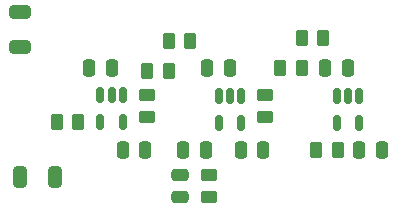
<source format=gbr>
%TF.GenerationSoftware,KiCad,Pcbnew,8.0.0*%
%TF.CreationDate,2024-11-11T15:40:06+01:00*%
%TF.ProjectId,test_amplifier_board,74657374-5f61-46d7-906c-69666965725f,rev?*%
%TF.SameCoordinates,Original*%
%TF.FileFunction,Paste,Top*%
%TF.FilePolarity,Positive*%
%FSLAX46Y46*%
G04 Gerber Fmt 4.6, Leading zero omitted, Abs format (unit mm)*
G04 Created by KiCad (PCBNEW 8.0.0) date 2024-11-11 15:40:06*
%MOMM*%
%LPD*%
G01*
G04 APERTURE LIST*
G04 Aperture macros list*
%AMRoundRect*
0 Rectangle with rounded corners*
0 $1 Rounding radius*
0 $2 $3 $4 $5 $6 $7 $8 $9 X,Y pos of 4 corners*
0 Add a 4 corners polygon primitive as box body*
4,1,4,$2,$3,$4,$5,$6,$7,$8,$9,$2,$3,0*
0 Add four circle primitives for the rounded corners*
1,1,$1+$1,$2,$3*
1,1,$1+$1,$4,$5*
1,1,$1+$1,$6,$7*
1,1,$1+$1,$8,$9*
0 Add four rect primitives between the rounded corners*
20,1,$1+$1,$2,$3,$4,$5,0*
20,1,$1+$1,$4,$5,$6,$7,0*
20,1,$1+$1,$6,$7,$8,$9,0*
20,1,$1+$1,$8,$9,$2,$3,0*%
G04 Aperture macros list end*
%ADD10RoundRect,0.250000X0.450000X-0.262500X0.450000X0.262500X-0.450000X0.262500X-0.450000X-0.262500X0*%
%ADD11RoundRect,0.250000X-0.250000X-0.475000X0.250000X-0.475000X0.250000X0.475000X-0.250000X0.475000X0*%
%ADD12RoundRect,0.250000X-0.262500X-0.450000X0.262500X-0.450000X0.262500X0.450000X-0.262500X0.450000X0*%
%ADD13RoundRect,0.250000X0.250000X0.475000X-0.250000X0.475000X-0.250000X-0.475000X0.250000X-0.475000X0*%
%ADD14RoundRect,0.250000X0.262500X0.450000X-0.262500X0.450000X-0.262500X-0.450000X0.262500X-0.450000X0*%
%ADD15RoundRect,0.150000X-0.150000X0.512500X-0.150000X-0.512500X0.150000X-0.512500X0.150000X0.512500X0*%
%ADD16RoundRect,0.250000X0.475000X-0.250000X0.475000X0.250000X-0.475000X0.250000X-0.475000X-0.250000X0*%
%ADD17RoundRect,0.250000X0.650000X-0.325000X0.650000X0.325000X-0.650000X0.325000X-0.650000X-0.325000X0*%
%ADD18RoundRect,0.250000X-0.325000X-0.650000X0.325000X-0.650000X0.325000X0.650000X-0.325000X0.650000X0*%
%ADD19RoundRect,0.250000X-0.450000X0.262500X-0.450000X-0.262500X0.450000X-0.262500X0.450000X0.262500X0*%
G04 APERTURE END LIST*
D10*
%TO.C,R5*%
X121250000Y-122412500D03*
X121250000Y-120587500D03*
%TD*%
D11*
%TO.C,C1*%
X113950000Y-118475000D03*
X115850000Y-118475000D03*
%TD*%
D12*
%TO.C,R1*%
X108337500Y-116112500D03*
X110162500Y-116112500D03*
%TD*%
D13*
%TO.C,C6*%
X125850000Y-118500000D03*
X123950000Y-118500000D03*
%TD*%
D11*
%TO.C,C2*%
X111100000Y-111475000D03*
X113000000Y-111475000D03*
%TD*%
D14*
%TO.C,R9*%
X132162500Y-118500000D03*
X130337500Y-118500000D03*
%TD*%
D15*
%TO.C,U3*%
X133950000Y-113862500D03*
X133000000Y-113862500D03*
X132050000Y-113862500D03*
X132050000Y-116137500D03*
X133950000Y-116137500D03*
%TD*%
D16*
%TO.C,C3*%
X118750000Y-122450000D03*
X118750000Y-120550000D03*
%TD*%
D17*
%TO.C,C10*%
X105250000Y-109725000D03*
X105250000Y-106775000D03*
%TD*%
D13*
%TO.C,C4*%
X120950000Y-118500000D03*
X119050000Y-118500000D03*
%TD*%
D14*
%TO.C,R3*%
X117825000Y-111750000D03*
X116000000Y-111750000D03*
%TD*%
D13*
%TO.C,C8*%
X135850000Y-118500000D03*
X133950000Y-118500000D03*
%TD*%
D10*
%TO.C,R2*%
X116000000Y-115662500D03*
X116000000Y-113837500D03*
%TD*%
D15*
%TO.C,U1*%
X113950000Y-113837500D03*
X113000000Y-113837500D03*
X112050000Y-113837500D03*
X112050000Y-116112500D03*
X113950000Y-116112500D03*
%TD*%
D12*
%TO.C,R7*%
X127262500Y-111500000D03*
X129087500Y-111500000D03*
%TD*%
D13*
%TO.C,C7*%
X133000000Y-111500000D03*
X131100000Y-111500000D03*
%TD*%
D14*
%TO.C,R8*%
X130912500Y-109000000D03*
X129087500Y-109000000D03*
%TD*%
D18*
%TO.C,C9*%
X105275000Y-120750000D03*
X108225000Y-120750000D03*
%TD*%
D15*
%TO.C,U2*%
X123950000Y-113862500D03*
X123000000Y-113862500D03*
X122050000Y-113862500D03*
X122050000Y-116137500D03*
X123950000Y-116137500D03*
%TD*%
D19*
%TO.C,R6*%
X126000000Y-113837500D03*
X126000000Y-115662500D03*
%TD*%
D12*
%TO.C,R4*%
X117825000Y-109250000D03*
X119650000Y-109250000D03*
%TD*%
D13*
%TO.C,C5*%
X123000000Y-111500000D03*
X121100000Y-111500000D03*
%TD*%
M02*

</source>
